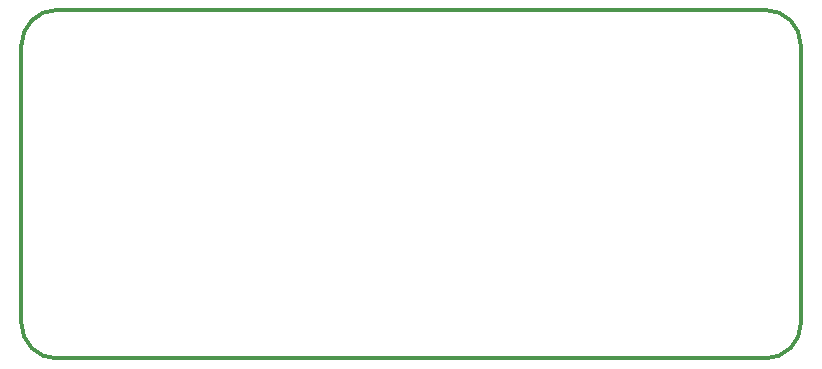
<source format=gbr>
G04 #@! TF.GenerationSoftware,KiCad,Pcbnew,(5.1.7)-1*
G04 #@! TF.CreationDate,2021-11-25T13:16:34-06:00*
G04 #@! TF.ProjectId,GuitarMicroBoard,47756974-6172-44d6-9963-726f426f6172,rev?*
G04 #@! TF.SameCoordinates,Original*
G04 #@! TF.FileFunction,Profile,NP*
%FSLAX46Y46*%
G04 Gerber Fmt 4.6, Leading zero omitted, Abs format (unit mm)*
G04 Created by KiCad (PCBNEW (5.1.7)-1) date 2021-11-25 13:16:34*
%MOMM*%
%LPD*%
G01*
G04 APERTURE LIST*
G04 #@! TA.AperFunction,Profile*
%ADD10C,0.300000*%
G04 #@! TD*
G04 APERTURE END LIST*
D10*
X183000000Y-90000000D02*
G75*
G02*
X186000000Y-93000000I0J-3000000D01*
G01*
X186000000Y-116500000D02*
G75*
G02*
X183000000Y-119500000I-3000000J0D01*
G01*
X123000000Y-119500000D02*
G75*
G02*
X120000000Y-116500000I0J3000000D01*
G01*
X120000000Y-93000000D02*
G75*
G02*
X123000000Y-90000000I3000000J0D01*
G01*
X120000000Y-116500000D02*
X120000000Y-93000000D01*
X123000000Y-119500000D02*
X183000000Y-119500000D01*
X186000000Y-93000000D02*
X186000000Y-116500000D01*
X123000000Y-90000000D02*
X183000000Y-90000000D01*
M02*

</source>
